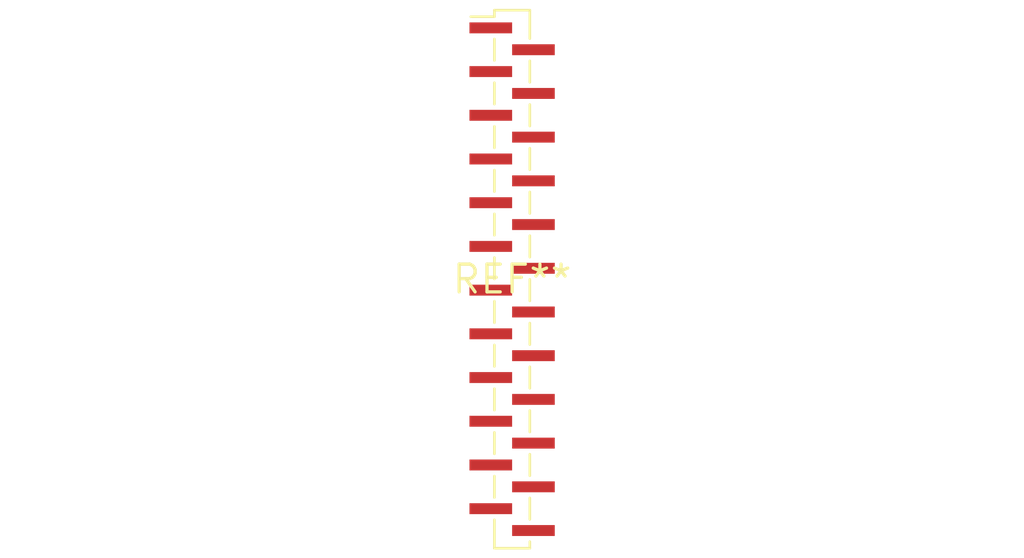
<source format=kicad_pcb>
(kicad_pcb (version 20240108) (generator pcbnew)
  (layers (0 "F.Cu" signal) (31 "B.Cu" signal) (34 "B.Paste" user) (35 "F.Paste" user) (36 "B.SilkS" user "B.Silkscreen") (37 "F.SilkS" user "F.Silkscreen") (38 "B.Mask" user) (39 "F.Mask" user) (44 "Edge.Cuts" user))
  (net 0 "")
  (footprint "PinSocket_1x24_P1.00mm_Vertical_SMD_Pin1Left" (layer "F.Cu") (at 0 0)
    (property "Reference" "REF**")
    (property "Value" "PinSocket_1x24_P1.00mm_Vertical_SMD_Pin1Left")
    (fp_line (start -1.89 -12.01) (end -0.81 -12.01) (layer "F.SilkS") (stroke (width 0.12)))
    (fp_line (start -0.81 -12.31) (end -0.81 -12.01) (layer "F.SilkS") (stroke (width 0.12)))
    (fp_line (start -0.81 -12.31) (end 0.81 -12.31) (layer "F.SilkS") (stroke (width 0.12)))
    (fp_line (start -0.81 -10.99) (end -0.81 -10.01) (layer "F.SilkS") (stroke (width 0.12)))
    (fp_line (start -0.81 -8.99) (end -0.81 -8.01) (layer "F.SilkS") (stroke (width 0.12)))
    (fp_line (start -0.81 -6.99) (end -0.81 -6.01) (layer "F.SilkS") (stroke (width 0.12)))
    (fp_line (start -0.81 -4.99) (end -0.81 -4.01) (layer "F.SilkS") (stroke (width 0.12)))
    (fp_line (start -0.81 -2.99) (end -0.81 -2.01) (layer "F.SilkS") (stroke (width 0.12)))
    (fp_line (start -0.81 -0.99) (end -0.81 -0.01) (layer "F.SilkS") (stroke (width 0.12)))
    (fp_line (start -0.81 1.01) (end -0.81 1.99) (layer "F.SilkS") (stroke (width 0.12)))
    (fp_line (start -0.81 3.01) (end -0.81 3.99) (layer "F.SilkS") (stroke (width 0.12)))
    (fp_line (start -0.81 5.01) (end -0.81 5.99) (layer "F.SilkS") (stroke (width 0.12)))
    (fp_line (start -0.81 7.01) (end -0.81 7.99) (layer "F.SilkS") (stroke (width 0.12)))
    (fp_line (start -0.81 9.01) (end -0.81 9.99) (layer "F.SilkS") (stroke (width 0.12)))
    (fp_line (start -0.81 11.01) (end -0.81 12.31) (layer "F.SilkS") (stroke (width 0.12)))
    (fp_line (start -0.81 12.31) (end 0.81 12.31) (layer "F.SilkS") (stroke (width 0.12)))
    (fp_line (start 0.81 -12.31) (end 0.81 -11.01) (layer "F.SilkS") (stroke (width 0.12)))
    (fp_line (start 0.81 -9.99) (end 0.81 -9.01) (layer "F.SilkS") (stroke (width 0.12)))
    (fp_line (start 0.81 -7.99) (end 0.81 -7.01) (layer "F.SilkS") (stroke (width 0.12)))
    (fp_line (start 0.81 -5.99) (end 0.81 -5.01) (layer "F.SilkS") (stroke (width 0.12)))
    (fp_line (start 0.81 -3.99) (end 0.81 -3.01) (layer "F.SilkS") (stroke (width 0.12)))
    (fp_line (start 0.81 -1.99) (end 0.81 -1.01) (layer "F.SilkS") (stroke (width 0.12)))
    (fp_line (start 0.81 0.01) (end 0.81 0.99) (layer "F.SilkS") (stroke (width 0.12)))
    (fp_line (start 0.81 2.01) (end 0.81 2.99) (layer "F.SilkS") (stroke (width 0.12)))
    (fp_line (start 0.81 4.01) (end 0.81 4.99) (layer "F.SilkS") (stroke (width 0.12)))
    (fp_line (start 0.81 6.01) (end 0.81 6.99) (layer "F.SilkS") (stroke (width 0.12)))
    (fp_line (start 0.81 8.01) (end 0.81 8.99) (layer "F.SilkS") (stroke (width 0.12)))
    (fp_line (start 0.81 10.01) (end 0.81 10.99) (layer "F.SilkS") (stroke (width 0.12)))
    (fp_line (start 0.81 12.01) (end 0.81 12.31) (layer "F.SilkS") (stroke (width 0.12)))
    (pad "1" smd rect (at -0.975 -11.5) (size 1.95 0.5) (layers "F.Cu" "F.Paste" "F.Mask"))
    (pad "2" smd rect (at 0.975 -10.5) (size 1.95 0.5) (layers "F.Cu" "F.Paste" "F.Mask"))
    (pad "3" smd rect (at -0.975 -9.5) (size 1.95 0.5) (layers "F.Cu" "F.Paste" "F.Mask"))
    (pad "4" smd rect (at 0.975 -8.5) (size 1.95 0.5) (layers "F.Cu" "F.Paste" "F.Mask"))
    (pad "5" smd rect (at -0.975 -7.5) (size 1.95 0.5) (layers "F.Cu" "F.Paste" "F.Mask"))
    (pad "6" smd rect (at 0.975 -6.5) (size 1.95 0.5) (layers "F.Cu" "F.Paste" "F.Mask"))
    (pad "7" smd rect (at -0.975 -5.5) (size 1.95 0.5) (layers "F.Cu" "F.Paste" "F.Mask"))
    (pad "8" smd rect (at 0.975 -4.5) (size 1.95 0.5) (layers "F.Cu" "F.Paste" "F.Mask"))
    (pad "9" smd rect (at -0.975 -3.5) (size 1.95 0.5) (layers "F.Cu" "F.Paste" "F.Mask"))
    (pad "10" smd rect (at 0.975 -2.5) (size 1.95 0.5) (layers "F.Cu" "F.Paste" "F.Mask"))
    (pad "11" smd rect (at -0.975 -1.5) (size 1.95 0.5) (layers "F.Cu" "F.Paste" "F.Mask"))
    (pad "12" smd rect (at 0.975 -0.5) (size 1.95 0.5) (layers "F.Cu" "F.Paste" "F.Mask"))
    (pad "13" smd rect (at -0.975 0.5) (size 1.95 0.5) (layers "F.Cu" "F.Paste" "F.Mask"))
    (pad "14" smd rect (at 0.975 1.5) (size 1.95 0.5) (layers "F.Cu" "F.Paste" "F.Mask"))
    (pad "15" smd rect (at -0.975 2.5) (size 1.95 0.5) (layers "F.Cu" "F.Paste" "F.Mask"))
    (pad "16" smd rect (at 0.975 3.5) (size 1.95 0.5) (layers "F.Cu" "F.Paste" "F.Mask"))
    (pad "17" smd rect (at -0.975 4.5) (size 1.95 0.5) (layers "F.Cu" "F.Paste" "F.Mask"))
    (pad "18" smd rect (at 0.975 5.5) (size 1.95 0.5) (layers "F.Cu" "F.Paste" "F.Mask"))
    (pad "19" smd rect (at -0.975 6.5) (size 1.95 0.5) (layers "F.Cu" "F.Paste" "F.Mask"))
    (pad "20" smd rect (at 0.975 7.5) (size 1.95 0.5) (layers "F.Cu" "F.Paste" "F.Mask"))
    (pad "21" smd rect (at -0.975 8.5) (size 1.95 0.5) (layers "F.Cu" "F.Paste" "F.Mask"))
    (pad "22" smd rect (at 0.975 9.5) (size 1.95 0.5) (layers "F.Cu" "F.Paste" "F.Mask"))
    (pad "23" smd rect (at -0.975 10.5) (size 1.95 0.5) (layers "F.Cu" "F.Paste" "F.Mask"))
    (pad "24" smd rect (at 0.975 11.5) (size 1.95 0.5) (layers "F.Cu" "F.Paste" "F.Mask"))
  )
)
</source>
